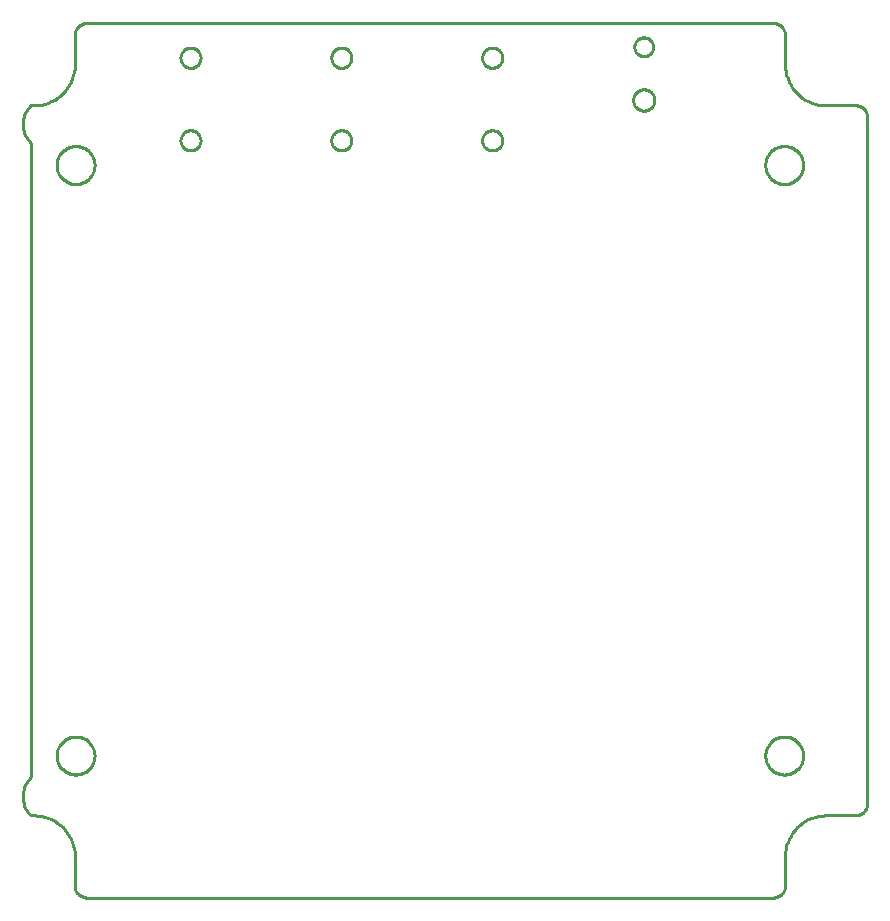
<source format=gbr>
G04 EAGLE Gerber RS-274X export*
G75*
%MOMM*%
%FSLAX34Y34*%
%LPD*%
%IN*%
%IPPOS*%
%AMOC8*
5,1,8,0,0,1.08239X$1,22.5*%
G01*
%ADD10C,0.254000*%


D10*
X75119Y132348D02*
X78176Y132348D01*
X81165Y132217D01*
X84132Y131827D01*
X87053Y131179D01*
X89907Y130279D01*
X92672Y129134D01*
X95326Y127753D01*
X97850Y126145D01*
X100224Y124324D01*
X102430Y122302D01*
X104452Y120096D01*
X106273Y117722D01*
X107881Y115198D01*
X109263Y112544D01*
X110408Y109780D01*
X111308Y106926D01*
X111956Y104004D01*
X112346Y101038D01*
X112477Y98048D01*
X112477Y72851D01*
X112515Y71979D01*
X112629Y71114D01*
X112817Y70262D01*
X113080Y69430D01*
X113413Y68623D01*
X113816Y67849D01*
X114285Y67113D01*
X114816Y66421D01*
X115405Y65777D01*
X116049Y65188D01*
X116741Y64656D01*
X117477Y64187D01*
X118251Y63784D01*
X119057Y63450D01*
X119889Y63188D01*
X120741Y62999D01*
X121606Y62885D01*
X122478Y62846D01*
X703874Y62846D01*
X704746Y62885D01*
X705611Y62999D01*
X706463Y63188D01*
X707295Y63450D01*
X708101Y63784D01*
X708875Y64187D01*
X709611Y64656D01*
X710303Y65188D01*
X710947Y65777D01*
X711536Y66421D01*
X712067Y67113D01*
X712536Y67849D01*
X712939Y68623D01*
X713272Y69430D01*
X713535Y70262D01*
X713723Y71114D01*
X713837Y71979D01*
X713875Y72851D01*
X713875Y98048D01*
X714006Y101038D01*
X714396Y104004D01*
X715044Y106926D01*
X715944Y109779D01*
X717089Y112544D01*
X718470Y115198D01*
X720078Y117722D01*
X721900Y120096D01*
X723921Y122302D01*
X726127Y124323D01*
X728501Y126145D01*
X731025Y127752D01*
X733679Y129134D01*
X736443Y130279D01*
X739297Y131179D01*
X742219Y131827D01*
X745185Y132217D01*
X748175Y132348D01*
X773372Y132348D01*
X774243Y132386D01*
X775108Y132499D01*
X775960Y132688D01*
X776792Y132950D01*
X777598Y133284D01*
X778372Y133687D01*
X779108Y134155D01*
X779800Y134686D01*
X780443Y135275D01*
X781033Y135918D01*
X781564Y136610D01*
X782033Y137346D01*
X782435Y138120D01*
X782769Y138925D01*
X783032Y139757D01*
X783221Y140609D01*
X783335Y141474D01*
X783373Y142345D01*
X783373Y723745D01*
X783335Y724616D01*
X783221Y725481D01*
X783032Y726333D01*
X782769Y727165D01*
X782435Y727971D01*
X782033Y728744D01*
X781564Y729480D01*
X781033Y730172D01*
X780443Y730815D01*
X779800Y731404D01*
X779108Y731935D01*
X778372Y732404D01*
X777598Y732806D01*
X776792Y733140D01*
X775960Y733402D01*
X775108Y733591D01*
X774243Y733705D01*
X773372Y733743D01*
X748175Y733743D01*
X745185Y733873D01*
X742218Y734264D01*
X739297Y734912D01*
X736443Y735812D01*
X733678Y736957D01*
X731024Y738339D01*
X728501Y739947D01*
X726127Y741769D01*
X723921Y743790D01*
X721899Y745997D01*
X720077Y748371D01*
X718470Y750895D01*
X717088Y753549D01*
X715943Y756314D01*
X715043Y759167D01*
X714396Y762089D01*
X714006Y765056D01*
X713875Y768045D01*
X713875Y793243D01*
X713837Y794114D01*
X713723Y794979D01*
X713534Y795831D01*
X713272Y796663D01*
X712938Y797469D01*
X712535Y798243D01*
X712066Y798979D01*
X711535Y799671D01*
X710946Y800315D01*
X710303Y800904D01*
X709610Y801435D01*
X708875Y801904D01*
X708101Y802307D01*
X707295Y802641D01*
X706463Y802903D01*
X705611Y803092D01*
X704746Y803206D01*
X703874Y803244D01*
X122478Y803244D01*
X121606Y803206D01*
X120741Y803092D01*
X119890Y802903D01*
X119057Y802641D01*
X118251Y802307D01*
X117478Y801904D01*
X116742Y801435D01*
X116049Y800904D01*
X115406Y800315D01*
X114817Y799671D01*
X114286Y798979D01*
X113817Y798243D01*
X113414Y797469D01*
X113080Y796663D01*
X112818Y795831D01*
X112629Y794979D01*
X112515Y794114D01*
X112477Y793243D01*
X112477Y768045D01*
X112347Y765056D01*
X111956Y762089D01*
X111308Y759167D01*
X110409Y756313D01*
X109263Y753549D01*
X107882Y750894D01*
X106274Y748370D01*
X104452Y745996D01*
X102431Y743790D01*
X100225Y741768D01*
X97851Y739946D01*
X95327Y738339D01*
X92672Y736957D01*
X89908Y735811D01*
X87054Y734912D01*
X84132Y734264D01*
X81165Y733873D01*
X78176Y733743D01*
X75119Y733743D01*
X73787Y732289D01*
X72586Y730724D01*
X71527Y729061D01*
X70616Y727312D01*
X69861Y725490D01*
X69268Y723609D01*
X68842Y721684D01*
X68584Y719729D01*
X68498Y717759D01*
X68584Y715789D01*
X68842Y713833D01*
X69268Y711908D01*
X69861Y710027D01*
X70616Y708206D01*
X71527Y706456D01*
X72586Y704793D01*
X73787Y703229D01*
X75119Y701775D01*
X75119Y164825D01*
X73765Y163348D01*
X72546Y161759D01*
X71469Y160069D01*
X70544Y158292D01*
X69778Y156441D01*
X69175Y154530D01*
X68742Y152574D01*
X68480Y150588D01*
X68393Y148587D01*
X68480Y146585D01*
X68741Y144599D01*
X69175Y142643D01*
X69778Y140732D01*
X70544Y138881D01*
X71469Y137104D01*
X72546Y135414D01*
X73765Y133825D01*
X75119Y132348D01*
X129232Y182521D02*
X129232Y183572D01*
X129163Y184621D01*
X129026Y185663D01*
X128821Y186693D01*
X128549Y187709D01*
X128211Y188704D01*
X127808Y189675D01*
X127344Y190618D01*
X126818Y191528D01*
X126234Y192402D01*
X125594Y193235D01*
X124901Y194026D01*
X124158Y194769D01*
X123368Y195462D01*
X122534Y196102D01*
X121660Y196686D01*
X120750Y197211D01*
X119808Y197676D01*
X118836Y198078D01*
X117841Y198416D01*
X116826Y198688D01*
X115795Y198893D01*
X114753Y199030D01*
X113704Y199099D01*
X112653Y199099D01*
X111605Y199030D01*
X110563Y198893D01*
X109532Y198688D01*
X108517Y198416D01*
X107521Y198078D01*
X106550Y197676D01*
X105608Y197211D01*
X104698Y196686D01*
X103824Y196102D01*
X102990Y195462D01*
X102200Y194769D01*
X101456Y194026D01*
X100764Y193235D01*
X100124Y192402D01*
X99540Y191528D01*
X99014Y190618D01*
X98549Y189675D01*
X98147Y188704D01*
X97809Y187709D01*
X97537Y186693D01*
X97332Y185663D01*
X97195Y184621D01*
X97126Y183572D01*
X97126Y182521D01*
X97195Y181472D01*
X97332Y180430D01*
X97537Y179399D01*
X97809Y178384D01*
X98147Y177389D01*
X98549Y176418D01*
X99014Y175475D01*
X99540Y174565D01*
X100124Y173691D01*
X100764Y172857D01*
X101456Y172067D01*
X102200Y171324D01*
X102990Y170631D01*
X103824Y169991D01*
X104698Y169407D01*
X105608Y168882D01*
X106550Y168417D01*
X107521Y168015D01*
X108517Y167677D01*
X109532Y167405D01*
X110563Y167200D01*
X111605Y167063D01*
X112653Y166994D01*
X113704Y166994D01*
X114753Y167063D01*
X115795Y167200D01*
X116826Y167405D01*
X117841Y167677D01*
X118836Y168015D01*
X119808Y168417D01*
X120750Y168882D01*
X121660Y169407D01*
X122534Y169991D01*
X123368Y170631D01*
X124158Y171324D01*
X124901Y172067D01*
X125594Y172857D01*
X126234Y173691D01*
X126818Y174565D01*
X127344Y175475D01*
X127808Y176418D01*
X128211Y177389D01*
X128549Y178384D01*
X128821Y179399D01*
X129026Y180430D01*
X129163Y181472D01*
X129232Y182521D01*
X129232Y682521D02*
X129232Y683572D01*
X129163Y684621D01*
X129026Y685663D01*
X128821Y686693D01*
X128549Y687709D01*
X128211Y688704D01*
X127808Y689675D01*
X127344Y690618D01*
X126818Y691528D01*
X126234Y692402D01*
X125594Y693235D01*
X124901Y694026D01*
X124158Y694769D01*
X123368Y695462D01*
X122534Y696102D01*
X121660Y696686D01*
X120750Y697211D01*
X119808Y697676D01*
X118836Y698078D01*
X117841Y698416D01*
X116826Y698688D01*
X115795Y698893D01*
X114753Y699030D01*
X113704Y699099D01*
X112653Y699099D01*
X111605Y699030D01*
X110563Y698893D01*
X109532Y698688D01*
X108517Y698416D01*
X107521Y698078D01*
X106550Y697676D01*
X105608Y697211D01*
X104698Y696686D01*
X103824Y696102D01*
X102990Y695462D01*
X102200Y694769D01*
X101456Y694026D01*
X100764Y693235D01*
X100124Y692402D01*
X99540Y691528D01*
X99014Y690618D01*
X98549Y689675D01*
X98147Y688704D01*
X97809Y687709D01*
X97537Y686693D01*
X97332Y685663D01*
X97195Y684621D01*
X97126Y683572D01*
X97126Y682521D01*
X97195Y681472D01*
X97332Y680430D01*
X97537Y679399D01*
X97809Y678384D01*
X98147Y677389D01*
X98549Y676418D01*
X99014Y675475D01*
X99540Y674565D01*
X100124Y673691D01*
X100764Y672857D01*
X101456Y672067D01*
X102200Y671324D01*
X102990Y670631D01*
X103824Y669991D01*
X104698Y669407D01*
X105608Y668882D01*
X106550Y668417D01*
X107521Y668015D01*
X108517Y667677D01*
X109532Y667405D01*
X110563Y667200D01*
X111605Y667063D01*
X112653Y666994D01*
X113704Y666994D01*
X114753Y667063D01*
X115795Y667200D01*
X116826Y667405D01*
X117841Y667677D01*
X118836Y668015D01*
X119808Y668417D01*
X120750Y668882D01*
X121660Y669407D01*
X122534Y669991D01*
X123368Y670631D01*
X124158Y671324D01*
X124901Y672067D01*
X125594Y672857D01*
X126234Y673691D01*
X126818Y674565D01*
X127344Y675475D01*
X127808Y676418D01*
X128211Y677389D01*
X128549Y678384D01*
X128821Y679399D01*
X129026Y680430D01*
X129163Y681472D01*
X129232Y682521D01*
X729232Y682521D02*
X729232Y683572D01*
X729163Y684621D01*
X729026Y685663D01*
X728821Y686693D01*
X728549Y687709D01*
X728211Y688704D01*
X727808Y689675D01*
X727344Y690618D01*
X726818Y691528D01*
X726234Y692402D01*
X725594Y693235D01*
X724901Y694026D01*
X724158Y694769D01*
X723368Y695462D01*
X722534Y696102D01*
X721660Y696686D01*
X720750Y697211D01*
X719808Y697676D01*
X718836Y698078D01*
X717841Y698416D01*
X716826Y698688D01*
X715795Y698893D01*
X714753Y699030D01*
X713704Y699099D01*
X712653Y699099D01*
X711605Y699030D01*
X710563Y698893D01*
X709532Y698688D01*
X708517Y698416D01*
X707521Y698078D01*
X706550Y697676D01*
X705608Y697211D01*
X704698Y696686D01*
X703824Y696102D01*
X702990Y695462D01*
X702200Y694769D01*
X701456Y694026D01*
X700764Y693235D01*
X700124Y692402D01*
X699540Y691528D01*
X699014Y690618D01*
X698549Y689675D01*
X698147Y688704D01*
X697809Y687709D01*
X697537Y686693D01*
X697332Y685663D01*
X697195Y684621D01*
X697126Y683572D01*
X697126Y682521D01*
X697195Y681472D01*
X697332Y680430D01*
X697537Y679399D01*
X697809Y678384D01*
X698147Y677389D01*
X698549Y676418D01*
X699014Y675475D01*
X699540Y674565D01*
X700124Y673691D01*
X700764Y672857D01*
X701456Y672067D01*
X702200Y671324D01*
X702990Y670631D01*
X703824Y669991D01*
X704698Y669407D01*
X705608Y668882D01*
X706550Y668417D01*
X707521Y668015D01*
X708517Y667677D01*
X709532Y667405D01*
X710563Y667200D01*
X711605Y667063D01*
X712653Y666994D01*
X713704Y666994D01*
X714753Y667063D01*
X715795Y667200D01*
X716826Y667405D01*
X717841Y667677D01*
X718836Y668015D01*
X719808Y668417D01*
X720750Y668882D01*
X721660Y669407D01*
X722534Y669991D01*
X723368Y670631D01*
X724158Y671324D01*
X724901Y672067D01*
X725594Y672857D01*
X726234Y673691D01*
X726818Y674565D01*
X727344Y675475D01*
X727808Y676418D01*
X728211Y677389D01*
X728549Y678384D01*
X728821Y679399D01*
X729026Y680430D01*
X729163Y681472D01*
X729232Y682521D01*
X729232Y182521D02*
X729232Y183572D01*
X729163Y184621D01*
X729026Y185663D01*
X728821Y186693D01*
X728549Y187709D01*
X728211Y188704D01*
X727808Y189675D01*
X727344Y190618D01*
X726818Y191528D01*
X726234Y192402D01*
X725594Y193235D01*
X724901Y194026D01*
X724158Y194769D01*
X723368Y195462D01*
X722534Y196102D01*
X721660Y196686D01*
X720750Y197211D01*
X719808Y197676D01*
X718836Y198078D01*
X717841Y198416D01*
X716826Y198688D01*
X715795Y198893D01*
X714753Y199030D01*
X713704Y199099D01*
X712653Y199099D01*
X711605Y199030D01*
X710563Y198893D01*
X709532Y198688D01*
X708517Y198416D01*
X707521Y198078D01*
X706550Y197676D01*
X705608Y197211D01*
X704698Y196686D01*
X703824Y196102D01*
X702990Y195462D01*
X702200Y194769D01*
X701456Y194026D01*
X700764Y193235D01*
X700124Y192402D01*
X699540Y191528D01*
X699014Y190618D01*
X698549Y189675D01*
X698147Y188704D01*
X697809Y187709D01*
X697537Y186693D01*
X697332Y185663D01*
X697195Y184621D01*
X697126Y183572D01*
X697126Y182521D01*
X697195Y181472D01*
X697332Y180430D01*
X697537Y179399D01*
X697809Y178384D01*
X698147Y177389D01*
X698549Y176418D01*
X699014Y175475D01*
X699540Y174565D01*
X700124Y173691D01*
X700764Y172857D01*
X701456Y172067D01*
X702200Y171324D01*
X702990Y170631D01*
X703824Y169991D01*
X704698Y169407D01*
X705608Y168882D01*
X706550Y168417D01*
X707521Y168015D01*
X708517Y167677D01*
X709532Y167405D01*
X710563Y167200D01*
X711605Y167063D01*
X712653Y166994D01*
X713704Y166994D01*
X714753Y167063D01*
X715795Y167200D01*
X716826Y167405D01*
X717841Y167677D01*
X718836Y168015D01*
X719808Y168417D01*
X720750Y168882D01*
X721660Y169407D01*
X722534Y169991D01*
X723368Y170631D01*
X724158Y171324D01*
X724901Y172067D01*
X725594Y172857D01*
X726234Y173691D01*
X726818Y174565D01*
X727344Y175475D01*
X727808Y176418D01*
X728211Y177389D01*
X728549Y178384D01*
X728821Y179399D01*
X729026Y180430D01*
X729163Y181472D01*
X729232Y182521D01*
X474457Y773524D02*
X474393Y772784D01*
X474264Y772054D01*
X474072Y771337D01*
X473818Y770639D01*
X473504Y769966D01*
X473133Y769324D01*
X472707Y768716D01*
X472230Y768147D01*
X471705Y767622D01*
X471137Y767145D01*
X470529Y766719D01*
X469886Y766348D01*
X469213Y766035D01*
X468516Y765781D01*
X467799Y765589D01*
X467068Y765460D01*
X466329Y765395D01*
X465586Y765395D01*
X464847Y765460D01*
X464116Y765589D01*
X463399Y765781D01*
X462702Y766035D01*
X462029Y766348D01*
X461386Y766719D01*
X460778Y767145D01*
X460209Y767622D01*
X459685Y768147D01*
X459208Y768716D01*
X458782Y769324D01*
X458411Y769966D01*
X458097Y770639D01*
X457843Y771337D01*
X457651Y772054D01*
X457522Y772784D01*
X457457Y773524D01*
X457457Y774266D01*
X457522Y775006D01*
X457651Y775737D01*
X457843Y776453D01*
X458097Y777151D01*
X458411Y777824D01*
X458782Y778466D01*
X459208Y779074D01*
X459685Y779643D01*
X460209Y780168D01*
X460778Y780645D01*
X461386Y781071D01*
X462029Y781442D01*
X462702Y781755D01*
X463399Y782009D01*
X464116Y782201D01*
X464847Y782330D01*
X465586Y782395D01*
X466329Y782395D01*
X467068Y782330D01*
X467799Y782201D01*
X468516Y782009D01*
X469213Y781755D01*
X469886Y781442D01*
X470529Y781071D01*
X471137Y780645D01*
X471705Y780168D01*
X472230Y779643D01*
X472707Y779074D01*
X473133Y778466D01*
X473504Y777824D01*
X473818Y777151D01*
X474072Y776453D01*
X474264Y775737D01*
X474393Y775006D01*
X474457Y774266D01*
X474457Y773524D01*
X474457Y703524D02*
X474393Y702784D01*
X474264Y702054D01*
X474072Y701337D01*
X473818Y700639D01*
X473504Y699966D01*
X473133Y699324D01*
X472707Y698716D01*
X472230Y698147D01*
X471705Y697622D01*
X471137Y697145D01*
X470529Y696719D01*
X469886Y696348D01*
X469213Y696035D01*
X468516Y695781D01*
X467799Y695589D01*
X467068Y695460D01*
X466329Y695395D01*
X465586Y695395D01*
X464847Y695460D01*
X464116Y695589D01*
X463399Y695781D01*
X462702Y696035D01*
X462029Y696348D01*
X461386Y696719D01*
X460778Y697145D01*
X460209Y697622D01*
X459685Y698147D01*
X459208Y698716D01*
X458782Y699324D01*
X458411Y699966D01*
X458097Y700639D01*
X457843Y701337D01*
X457651Y702054D01*
X457522Y702784D01*
X457457Y703524D01*
X457457Y704266D01*
X457522Y705006D01*
X457651Y705737D01*
X457843Y706453D01*
X458097Y707151D01*
X458411Y707824D01*
X458782Y708466D01*
X459208Y709074D01*
X459685Y709643D01*
X460209Y710168D01*
X460778Y710645D01*
X461386Y711071D01*
X462029Y711442D01*
X462702Y711755D01*
X463399Y712009D01*
X464116Y712201D01*
X464847Y712330D01*
X465586Y712395D01*
X466329Y712395D01*
X467068Y712330D01*
X467799Y712201D01*
X468516Y712009D01*
X469213Y711755D01*
X469886Y711442D01*
X470529Y711071D01*
X471137Y710645D01*
X471705Y710168D01*
X472230Y709643D01*
X472707Y709074D01*
X473133Y708466D01*
X473504Y707824D01*
X473818Y707151D01*
X474072Y706453D01*
X474264Y705737D01*
X474393Y705006D01*
X474457Y704266D01*
X474457Y703524D01*
X346727Y773524D02*
X346663Y772784D01*
X346534Y772054D01*
X346342Y771337D01*
X346088Y770639D01*
X345774Y769966D01*
X345403Y769324D01*
X344977Y768716D01*
X344500Y768147D01*
X343975Y767622D01*
X343407Y767145D01*
X342799Y766719D01*
X342156Y766348D01*
X341483Y766035D01*
X340786Y765781D01*
X340069Y765589D01*
X339338Y765460D01*
X338599Y765395D01*
X337856Y765395D01*
X337117Y765460D01*
X336386Y765589D01*
X335669Y765781D01*
X334972Y766035D01*
X334299Y766348D01*
X333656Y766719D01*
X333048Y767145D01*
X332479Y767622D01*
X331955Y768147D01*
X331478Y768716D01*
X331052Y769324D01*
X330681Y769966D01*
X330367Y770639D01*
X330113Y771337D01*
X329921Y772054D01*
X329792Y772784D01*
X329727Y773524D01*
X329727Y774266D01*
X329792Y775006D01*
X329921Y775737D01*
X330113Y776453D01*
X330367Y777151D01*
X330681Y777824D01*
X331052Y778466D01*
X331478Y779074D01*
X331955Y779643D01*
X332479Y780168D01*
X333048Y780645D01*
X333656Y781071D01*
X334299Y781442D01*
X334972Y781755D01*
X335669Y782009D01*
X336386Y782201D01*
X337117Y782330D01*
X337856Y782395D01*
X338599Y782395D01*
X339338Y782330D01*
X340069Y782201D01*
X340786Y782009D01*
X341483Y781755D01*
X342156Y781442D01*
X342799Y781071D01*
X343407Y780645D01*
X343975Y780168D01*
X344500Y779643D01*
X344977Y779074D01*
X345403Y778466D01*
X345774Y777824D01*
X346088Y777151D01*
X346342Y776453D01*
X346534Y775737D01*
X346663Y775006D01*
X346727Y774266D01*
X346727Y773524D01*
X346727Y703524D02*
X346663Y702784D01*
X346534Y702054D01*
X346342Y701337D01*
X346088Y700639D01*
X345774Y699966D01*
X345403Y699324D01*
X344977Y698716D01*
X344500Y698147D01*
X343975Y697622D01*
X343407Y697145D01*
X342799Y696719D01*
X342156Y696348D01*
X341483Y696035D01*
X340786Y695781D01*
X340069Y695589D01*
X339338Y695460D01*
X338599Y695395D01*
X337856Y695395D01*
X337117Y695460D01*
X336386Y695589D01*
X335669Y695781D01*
X334972Y696035D01*
X334299Y696348D01*
X333656Y696719D01*
X333048Y697145D01*
X332479Y697622D01*
X331955Y698147D01*
X331478Y698716D01*
X331052Y699324D01*
X330681Y699966D01*
X330367Y700639D01*
X330113Y701337D01*
X329921Y702054D01*
X329792Y702784D01*
X329727Y703524D01*
X329727Y704266D01*
X329792Y705006D01*
X329921Y705737D01*
X330113Y706453D01*
X330367Y707151D01*
X330681Y707824D01*
X331052Y708466D01*
X331478Y709074D01*
X331955Y709643D01*
X332479Y710168D01*
X333048Y710645D01*
X333656Y711071D01*
X334299Y711442D01*
X334972Y711755D01*
X335669Y712009D01*
X336386Y712201D01*
X337117Y712330D01*
X337856Y712395D01*
X338599Y712395D01*
X339338Y712330D01*
X340069Y712201D01*
X340786Y712009D01*
X341483Y711755D01*
X342156Y711442D01*
X342799Y711071D01*
X343407Y710645D01*
X343975Y710168D01*
X344500Y709643D01*
X344977Y709074D01*
X345403Y708466D01*
X345774Y707824D01*
X346088Y707151D01*
X346342Y706453D01*
X346534Y705737D01*
X346663Y705006D01*
X346727Y704266D01*
X346727Y703524D01*
X218997Y773524D02*
X218933Y772784D01*
X218804Y772054D01*
X218612Y771337D01*
X218358Y770639D01*
X218044Y769966D01*
X217673Y769324D01*
X217247Y768716D01*
X216770Y768147D01*
X216245Y767622D01*
X215677Y767145D01*
X215069Y766719D01*
X214426Y766348D01*
X213753Y766035D01*
X213056Y765781D01*
X212339Y765589D01*
X211608Y765460D01*
X210869Y765395D01*
X210126Y765395D01*
X209387Y765460D01*
X208656Y765589D01*
X207939Y765781D01*
X207242Y766035D01*
X206569Y766348D01*
X205926Y766719D01*
X205318Y767145D01*
X204749Y767622D01*
X204225Y768147D01*
X203748Y768716D01*
X203322Y769324D01*
X202951Y769966D01*
X202637Y770639D01*
X202383Y771337D01*
X202191Y772054D01*
X202062Y772784D01*
X201997Y773524D01*
X201997Y774266D01*
X202062Y775006D01*
X202191Y775737D01*
X202383Y776453D01*
X202637Y777151D01*
X202951Y777824D01*
X203322Y778466D01*
X203748Y779074D01*
X204225Y779643D01*
X204749Y780168D01*
X205318Y780645D01*
X205926Y781071D01*
X206569Y781442D01*
X207242Y781755D01*
X207939Y782009D01*
X208656Y782201D01*
X209387Y782330D01*
X210126Y782395D01*
X210869Y782395D01*
X211608Y782330D01*
X212339Y782201D01*
X213056Y782009D01*
X213753Y781755D01*
X214426Y781442D01*
X215069Y781071D01*
X215677Y780645D01*
X216245Y780168D01*
X216770Y779643D01*
X217247Y779074D01*
X217673Y778466D01*
X218044Y777824D01*
X218358Y777151D01*
X218612Y776453D01*
X218804Y775737D01*
X218933Y775006D01*
X218997Y774266D01*
X218997Y773524D01*
X218997Y703524D02*
X218933Y702784D01*
X218804Y702054D01*
X218612Y701337D01*
X218358Y700639D01*
X218044Y699966D01*
X217673Y699324D01*
X217247Y698716D01*
X216770Y698147D01*
X216245Y697622D01*
X215677Y697145D01*
X215069Y696719D01*
X214426Y696348D01*
X213753Y696035D01*
X213056Y695781D01*
X212339Y695589D01*
X211608Y695460D01*
X210869Y695395D01*
X210126Y695395D01*
X209387Y695460D01*
X208656Y695589D01*
X207939Y695781D01*
X207242Y696035D01*
X206569Y696348D01*
X205926Y696719D01*
X205318Y697145D01*
X204749Y697622D01*
X204225Y698147D01*
X203748Y698716D01*
X203322Y699324D01*
X202951Y699966D01*
X202637Y700639D01*
X202383Y701337D01*
X202191Y702054D01*
X202062Y702784D01*
X201997Y703524D01*
X201997Y704266D01*
X202062Y705006D01*
X202191Y705737D01*
X202383Y706453D01*
X202637Y707151D01*
X202951Y707824D01*
X203322Y708466D01*
X203748Y709074D01*
X204225Y709643D01*
X204749Y710168D01*
X205318Y710645D01*
X205926Y711071D01*
X206569Y711442D01*
X207242Y711755D01*
X207939Y712009D01*
X208656Y712201D01*
X209387Y712330D01*
X210126Y712395D01*
X210869Y712395D01*
X211608Y712330D01*
X212339Y712201D01*
X213056Y712009D01*
X213753Y711755D01*
X214426Y711442D01*
X215069Y711071D01*
X215677Y710645D01*
X216245Y710168D01*
X216770Y709643D01*
X217247Y709074D01*
X217673Y708466D01*
X218044Y707824D01*
X218358Y707151D01*
X218612Y706453D01*
X218804Y705737D01*
X218933Y705006D01*
X218997Y704266D01*
X218997Y703524D01*
X593884Y775084D02*
X593102Y775161D01*
X592331Y775314D01*
X591579Y775542D01*
X590852Y775843D01*
X590159Y776214D01*
X589506Y776650D01*
X588898Y777149D01*
X588342Y777705D01*
X587844Y778312D01*
X587407Y778966D01*
X587036Y779659D01*
X586735Y780385D01*
X586507Y781138D01*
X586354Y781909D01*
X586277Y782691D01*
X586277Y783477D01*
X586354Y784259D01*
X586507Y785030D01*
X586735Y785782D01*
X587036Y786508D01*
X587407Y787202D01*
X587844Y787855D01*
X588342Y788463D01*
X588898Y789019D01*
X589506Y789517D01*
X590159Y789954D01*
X590852Y790324D01*
X591579Y790625D01*
X592331Y790853D01*
X593102Y791007D01*
X593884Y791084D01*
X594670Y791084D01*
X595452Y791007D01*
X596223Y790853D01*
X596975Y790625D01*
X597701Y790324D01*
X598395Y789954D01*
X599048Y789517D01*
X599656Y789019D01*
X600212Y788463D01*
X600710Y787855D01*
X601147Y787202D01*
X601518Y786508D01*
X601818Y785782D01*
X602047Y785030D01*
X602200Y784259D01*
X602277Y783477D01*
X602277Y782691D01*
X602200Y781909D01*
X602047Y781138D01*
X601818Y780385D01*
X601518Y779659D01*
X601147Y778966D01*
X600710Y778312D01*
X600212Y777705D01*
X599656Y777149D01*
X599048Y776650D01*
X598395Y776214D01*
X597701Y775843D01*
X596975Y775542D01*
X596223Y775314D01*
X595452Y775161D01*
X594670Y775084D01*
X593884Y775084D01*
X593884Y729084D02*
X593101Y729152D01*
X592327Y729289D01*
X591568Y729492D01*
X590829Y729761D01*
X590117Y730093D01*
X589437Y730486D01*
X588793Y730937D01*
X588191Y731442D01*
X587635Y731998D01*
X587130Y732600D01*
X586679Y733243D01*
X586286Y733924D01*
X585954Y734636D01*
X585685Y735375D01*
X585482Y736134D01*
X585345Y736908D01*
X585277Y737691D01*
X585277Y738477D01*
X585345Y739260D01*
X585482Y740034D01*
X585685Y740793D01*
X585954Y741531D01*
X586286Y742243D01*
X586679Y742924D01*
X587130Y743568D01*
X587635Y744170D01*
X588191Y744726D01*
X588793Y745231D01*
X589437Y745682D01*
X590117Y746074D01*
X590829Y746407D01*
X591568Y746675D01*
X592327Y746879D01*
X593101Y747015D01*
X593884Y747084D01*
X594670Y747084D01*
X595453Y747015D01*
X596227Y746879D01*
X596986Y746675D01*
X597724Y746407D01*
X598437Y746074D01*
X599117Y745682D01*
X599761Y745231D01*
X600363Y744726D01*
X600919Y744170D01*
X601424Y743568D01*
X601875Y742924D01*
X602268Y742243D01*
X602600Y741531D01*
X602869Y740793D01*
X603072Y740034D01*
X603208Y739260D01*
X603277Y738477D01*
X603277Y737691D01*
X603208Y736908D01*
X603072Y736134D01*
X602869Y735375D01*
X602600Y734636D01*
X602268Y733924D01*
X601875Y733243D01*
X601424Y732600D01*
X600919Y731998D01*
X600363Y731442D01*
X599761Y730937D01*
X599117Y730486D01*
X598437Y730093D01*
X597724Y729761D01*
X596986Y729492D01*
X596227Y729289D01*
X595453Y729152D01*
X594670Y729084D01*
X593884Y729084D01*
M02*

</source>
